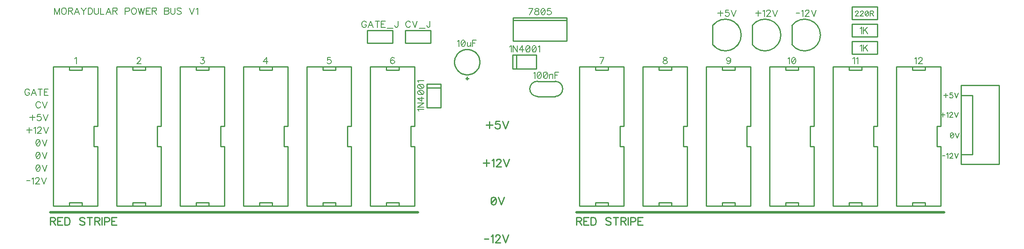
<source format=gto>
G04 DipTrace 2.4.0.2*
%INbusboard_12_place_ext_workfinal.GTO*%
%MOMM*%
%ADD10C,0.25*%
%ADD23C,0.5*%
%ADD65C,0.196*%
%ADD66C,0.235*%
%ADD67C,0.157*%
%FSLAX53Y53*%
G04*
G71*
G90*
G75*
G01*
%LNTopSilk*%
%LPD*%
X129381Y46187D2*
D10*
Y46830D1*
X126839Y46187D2*
X129381D1*
X126839D2*
Y46830D1*
X129381Y18890D2*
Y19533D1*
X126839D2*
X129381D1*
X126839Y18890D2*
Y19533D1*
X123665Y18890D2*
X132555D1*
X123665Y46830D2*
X132555D1*
X123665Y18890D2*
Y46830D1*
X131790Y34900D2*
X132555D1*
X131790Y30820D2*
Y34900D1*
Y30820D2*
X132555D1*
Y18890D2*
Y30820D1*
Y34900D2*
Y46830D1*
X36671Y46187D2*
Y46830D1*
X34129Y46187D2*
X36671D1*
X34129D2*
Y46830D1*
X36671Y18890D2*
Y19533D1*
X34129D2*
X36671D1*
X34129Y18890D2*
Y19533D1*
X30955Y18890D2*
X39845D1*
X30955Y46830D2*
X39845D1*
X30955Y18890D2*
Y46830D1*
X39080Y34900D2*
X39845D1*
X39080Y30820D2*
Y34900D1*
Y30820D2*
X39845D1*
Y18890D2*
Y30820D1*
Y34900D2*
Y46830D1*
X87471Y46187D2*
Y46830D1*
X84929Y46187D2*
X87471D1*
X84929D2*
Y46830D1*
X87471Y18890D2*
Y19533D1*
X84929D2*
X87471D1*
X84929Y18890D2*
Y19533D1*
X81755Y18890D2*
X90645D1*
X81755Y46830D2*
X90645D1*
X81755Y18890D2*
Y46830D1*
X89880Y34900D2*
X90645D1*
X89880Y30820D2*
Y34900D1*
Y30820D2*
X90645D1*
Y18890D2*
Y30820D1*
Y34900D2*
Y46830D1*
X180181Y46187D2*
Y46830D1*
X177639Y46187D2*
X180181D1*
X177639D2*
Y46830D1*
X180181Y18890D2*
Y19533D1*
X177639D2*
X180181D1*
X177639Y18890D2*
Y19533D1*
X174465Y18890D2*
X183355D1*
X174465Y46830D2*
X183355D1*
X174465Y18890D2*
Y46830D1*
X182590Y34900D2*
X183355D1*
X182590Y30820D2*
Y34900D1*
Y30820D2*
X183355D1*
Y18890D2*
Y30820D1*
Y34900D2*
Y46830D1*
X167481Y46187D2*
Y46830D1*
X164939Y46187D2*
X167481D1*
X164939D2*
Y46830D1*
X167481Y18890D2*
Y19533D1*
X164939D2*
X167481D1*
X164939Y18890D2*
Y19533D1*
X161765Y18890D2*
X170655D1*
X161765Y46830D2*
X170655D1*
X161765Y18890D2*
Y46830D1*
X169890Y34900D2*
X170655D1*
X169890Y30820D2*
Y34900D1*
Y30820D2*
X170655D1*
Y18890D2*
Y30820D1*
Y34900D2*
Y46830D1*
X154781Y46187D2*
Y46830D1*
X152239Y46187D2*
X154781D1*
X152239D2*
Y46830D1*
X154781Y18890D2*
Y19533D1*
X152239D2*
X154781D1*
X152239Y18890D2*
Y19533D1*
X149065Y18890D2*
X157955D1*
X149065Y46830D2*
X157955D1*
X149065Y18890D2*
Y46830D1*
X157190Y34900D2*
X157955D1*
X157190Y30820D2*
Y34900D1*
Y30820D2*
X157955D1*
Y18890D2*
Y30820D1*
Y34900D2*
Y46830D1*
X142081Y46187D2*
Y46830D1*
X139539Y46187D2*
X142081D1*
X139539D2*
Y46830D1*
X142081Y18890D2*
Y19533D1*
X139539D2*
X142081D1*
X139539Y18890D2*
Y19533D1*
X136365Y18890D2*
X145255D1*
X136365Y46830D2*
X145255D1*
X136365Y18890D2*
Y46830D1*
X144490Y34900D2*
X145255D1*
X144490Y30820D2*
Y34900D1*
Y30820D2*
X145255D1*
Y18890D2*
Y30820D1*
Y34900D2*
Y46830D1*
X150335Y51277D2*
Y55083D1*
X150341Y51269D2*
G03X150341Y55091I2535J1911D01*
G01*
X158273Y51277D2*
Y55083D1*
X158278Y51269D2*
G03X158278Y55091I2535J1911D01*
G01*
X166210Y51277D2*
Y55083D1*
X166216Y51269D2*
G03X166216Y55091I2535J1911D01*
G01*
X74771Y46187D2*
Y46830D1*
X72229Y46187D2*
X74771D1*
X72229D2*
Y46830D1*
X74771Y18890D2*
Y19533D1*
X72229D2*
X74771D1*
X72229Y18890D2*
Y19533D1*
X69055Y18890D2*
X77945D1*
X69055Y46830D2*
X77945D1*
X69055Y18890D2*
Y46830D1*
X77180Y34900D2*
X77945D1*
X77180Y30820D2*
Y34900D1*
Y30820D2*
X77945D1*
Y18890D2*
Y30820D1*
Y34900D2*
Y46830D1*
X62071Y46187D2*
Y46830D1*
X59529Y46187D2*
X62071D1*
X59529D2*
Y46830D1*
X62071Y18890D2*
Y19533D1*
X59529D2*
X62071D1*
X59529Y18890D2*
Y19533D1*
X56355Y18890D2*
X65245D1*
X56355Y46830D2*
X65245D1*
X56355Y18890D2*
Y46830D1*
X64480Y34900D2*
X65245D1*
X64480Y30820D2*
Y34900D1*
Y30820D2*
X65245D1*
Y18890D2*
Y30820D1*
Y34900D2*
Y46830D1*
X49371Y46187D2*
Y46830D1*
X46829Y46187D2*
X49371D1*
X46829D2*
Y46830D1*
X49371Y18890D2*
Y19533D1*
X46829D2*
X49371D1*
X46829Y18890D2*
Y19533D1*
X43655Y18890D2*
X52545D1*
X43655Y46830D2*
X52545D1*
X43655Y18890D2*
Y46830D1*
X51780Y34900D2*
X52545D1*
X51780Y30820D2*
Y34900D1*
Y30820D2*
X52545D1*
Y18890D2*
Y30820D1*
Y34900D2*
Y46830D1*
X93820Y51593D2*
Y54133D1*
X88740Y51593D2*
X93820D1*
X88740D2*
Y54133D1*
X93820D1*
X86200Y51593D2*
Y54133D1*
X81120Y51593D2*
X86200D1*
X81120D2*
Y54133D1*
X86200D1*
X23971Y46187D2*
Y46830D1*
X21429Y46187D2*
X23971D1*
X21429D2*
Y46830D1*
X23971Y18890D2*
Y19533D1*
X21429D2*
X23971D1*
X21429Y18890D2*
Y19533D1*
X18255Y18890D2*
X27145D1*
X18255Y46830D2*
X27145D1*
X18255Y18890D2*
Y46830D1*
X26380Y34900D2*
X27145D1*
X26380Y30820D2*
Y34900D1*
Y30820D2*
X27145D1*
Y18890D2*
Y30820D1*
Y34900D2*
Y46830D1*
X192881Y46187D2*
Y46830D1*
X190339Y46187D2*
X192881D1*
X190339D2*
Y46830D1*
X192881Y18890D2*
Y19533D1*
X190339D2*
X192881D1*
X190339Y18890D2*
Y19533D1*
X187165Y18890D2*
X196055D1*
X187165Y46830D2*
X196055D1*
X187165Y18890D2*
Y46830D1*
X195290Y34900D2*
X196055D1*
X195290Y30820D2*
Y34900D1*
Y30820D2*
X196055D1*
Y18890D2*
Y30820D1*
Y34900D2*
Y46830D1*
X110378Y56167D2*
X121078D1*
X110378Y56665D2*
X121078D1*
X110378Y51965D2*
X121078D1*
X110378D2*
Y56665D1*
X121078Y51965D2*
Y56665D1*
X118774Y43909D2*
X115221D1*
X118774Y40861D2*
X115221D1*
Y43909D2*
G03X115221Y40861I-2J-1524D01*
G01*
X118774D2*
G03X118774Y43909I2J1524D01*
G01*
X101423Y44484D2*
X100822D1*
X101123Y44183D2*
Y44783D1*
X98583Y47783D2*
X98589Y47960D1*
X98607Y48137D1*
X98638Y48311D1*
X98681Y48483D1*
X98736Y48652D1*
X98802Y48816D1*
X98880Y48975D1*
X98968Y49129D1*
X99068Y49276D1*
X99177Y49415D1*
X99295Y49547D1*
X99423Y49670D1*
X99559Y49784D1*
X99702Y49888D1*
X99853Y49982D1*
X100009Y50065D1*
X100171Y50137D1*
X100338Y50198D1*
X100508Y50247D1*
X100681Y50284D1*
X100857Y50308D1*
X101034Y50321D1*
X101211D1*
X101388Y50308D1*
X101564Y50284D1*
X101737Y50247D1*
X101907Y50198D1*
X102074Y50137D1*
X102236Y50065D1*
X102393Y49982D1*
X102543Y49888D1*
X102686Y49784D1*
X102822Y49670D1*
X102950Y49547D1*
X103068Y49415D1*
X103177Y49276D1*
X103277Y49129D1*
X103365Y48975D1*
X103443Y48816D1*
X103509Y48652D1*
X103564Y48483D1*
X103607Y48311D1*
X103638Y48137D1*
X103656Y47960D1*
X103663Y47783D1*
X103656Y47606D1*
X103638Y47430D1*
X103607Y47255D1*
X103564Y47083D1*
X103509Y46915D1*
X103443Y46751D1*
X103365Y46591D1*
X103277Y46438D1*
X103177Y46291D1*
X103068Y46151D1*
X102950Y46019D1*
X102822Y45896D1*
X102686Y45782D1*
X102543Y45678D1*
X102393Y45584D1*
X102236Y45501D1*
X102074Y45429D1*
X101907Y45368D1*
X101737Y45320D1*
X101564Y45283D1*
X101388Y45258D1*
X101211Y45246D1*
X101034D1*
X100857Y45258D1*
X100681Y45283D1*
X100508Y45320D1*
X100338Y45368D1*
X100171Y45429D1*
X100009Y45501D1*
X99853Y45584D1*
X99702Y45678D1*
X99559Y45782D1*
X99423Y45896D1*
X99295Y46019D1*
X99177Y46151D1*
X99068Y46291D1*
X98968Y46438D1*
X98880Y46591D1*
X98802Y46751D1*
X98736Y46915D1*
X98681Y47083D1*
X98638Y47255D1*
X98607Y47430D1*
X98589Y47606D1*
X98583Y47783D1*
X110277Y46383D2*
Y49183D1*
X110328D2*
X115032D1*
X111035Y46383D2*
Y49183D1*
X115032Y46383D2*
Y49183D1*
X110328Y46383D2*
X115032D1*
X207676Y27247D2*
X200056D1*
Y43096D1*
X207676D1*
Y27247D1*
X202342Y29228D2*
X200056D1*
Y41115D1*
X202342D1*
Y29228D1*
X93055Y43390D2*
X95855D1*
Y43339D2*
Y38636D1*
X93055Y42632D2*
X95855D1*
X93055Y38636D2*
X95855D1*
X93055Y43339D2*
Y38636D1*
X183350Y56355D2*
X178280D1*
Y58895D2*
Y56355D1*
X183350Y58895D2*
X178280D1*
X183350D2*
Y56355D1*
Y52863D2*
X178280D1*
Y55403D2*
Y52863D1*
X183350Y55403D2*
X178280D1*
X183350D2*
Y52863D1*
Y49370D2*
X178280D1*
Y51910D2*
Y49370D1*
X183350Y51910D2*
X178280D1*
X183350D2*
Y49370D1*
X17620Y17620D2*
D23*
X91280D1*
X123030D2*
X196690D1*
X127928Y47414D2*
D65*
X128535Y48688D1*
X127685D1*
X35036Y48385D2*
Y48446D1*
X35097Y48568D1*
X35157Y48628D1*
X35279Y48688D1*
X35522D1*
X35643Y48628D1*
X35703Y48568D1*
X35765Y48446D1*
Y48325D1*
X35703Y48203D1*
X35583Y48022D1*
X34975Y47414D1*
X35825D1*
X86534Y48507D2*
X86474Y48628D1*
X86291Y48688D1*
X86171D1*
X85988Y48628D1*
X85866Y48446D1*
X85806Y48142D1*
Y47839D1*
X85866Y47596D1*
X85988Y47474D1*
X86171Y47414D1*
X86231D1*
X86412Y47474D1*
X86534Y47596D1*
X86594Y47779D1*
Y47839D1*
X86534Y48022D1*
X86412Y48142D1*
X86231Y48203D1*
X86171D1*
X85988Y48142D1*
X85866Y48022D1*
X85806Y47839D1*
X178409Y48446D2*
X178531Y48507D1*
X178714Y48688D1*
Y47414D1*
X179106Y48446D2*
X179228Y48507D1*
X179411Y48688D1*
Y47414D1*
X165436Y48446D2*
X165558Y48507D1*
X165741Y48688D1*
Y47414D1*
X166498Y48688D2*
X166316Y48628D1*
X166193Y48446D1*
X166133Y48142D1*
Y47960D1*
X166193Y47657D1*
X166316Y47474D1*
X166498Y47414D1*
X166619D1*
X166801Y47474D1*
X166922Y47657D1*
X166984Y47960D1*
Y48142D1*
X166922Y48446D1*
X166801Y48628D1*
X166619Y48688D1*
X166498D1*
X166922Y48446D2*
X166193Y47657D1*
X153905Y48265D2*
X153843Y48082D1*
X153723Y47960D1*
X153540Y47900D1*
X153480D1*
X153297Y47960D1*
X153177Y48082D1*
X153115Y48265D1*
Y48325D1*
X153177Y48507D1*
X153297Y48628D1*
X153480Y48688D1*
X153540D1*
X153723Y48628D1*
X153843Y48507D1*
X153905Y48265D1*
Y47960D1*
X153843Y47657D1*
X153723Y47474D1*
X153540Y47414D1*
X153419D1*
X153237Y47474D1*
X153177Y47596D1*
X140689Y48688D2*
X140507Y48628D1*
X140446Y48507D1*
Y48385D1*
X140507Y48265D1*
X140628Y48203D1*
X140871Y48142D1*
X141054Y48082D1*
X141174Y47960D1*
X141235Y47839D1*
Y47657D1*
X141174Y47536D1*
X141114Y47474D1*
X140931Y47414D1*
X140689D1*
X140507Y47474D1*
X140446Y47536D1*
X140385Y47657D1*
Y47839D1*
X140446Y47960D1*
X140568Y48082D1*
X140749Y48142D1*
X140992Y48203D1*
X141114Y48265D1*
X141174Y48385D1*
Y48507D1*
X141114Y48628D1*
X140931Y48688D1*
X140689D1*
X151889Y58122D2*
Y57029D1*
X151343Y57575D2*
X152436D1*
X153557Y58213D2*
X152951D1*
X152890Y57667D1*
X152951Y57727D1*
X153133Y57789D1*
X153314D1*
X153497Y57727D1*
X153619Y57606D1*
X153679Y57424D1*
Y57303D1*
X153619Y57121D1*
X153497Y56999D1*
X153314Y56938D1*
X153133D1*
X152951Y56999D1*
X152890Y57060D1*
X152828Y57181D1*
X154071Y58214D2*
X154557Y56938D1*
X155043Y58214D1*
X159478Y58122D2*
Y57029D1*
X158932Y57575D2*
X160025D1*
X160417Y57970D2*
X160540Y58032D1*
X160722Y58213D1*
Y56938D1*
X161176Y57910D2*
Y57970D1*
X161236Y58092D1*
X161297Y58153D1*
X161419Y58213D1*
X161662D1*
X161783Y58153D1*
X161843Y58092D1*
X161905Y57970D1*
Y57849D1*
X161843Y57727D1*
X161722Y57546D1*
X161114Y56938D1*
X161965D1*
X162357Y58214D2*
X162843Y56938D1*
X163329Y58214D1*
X167065Y57576D2*
X167767D1*
X168159Y57970D2*
X168281Y58032D1*
X168464Y58213D1*
Y56938D1*
X168918Y57910D2*
Y57970D1*
X168978Y58092D1*
X169038Y58153D1*
X169161Y58213D1*
X169403D1*
X169524Y58153D1*
X169585Y58092D1*
X169646Y57970D1*
Y57849D1*
X169585Y57727D1*
X169464Y57546D1*
X168856Y56938D1*
X169707D1*
X170099Y58214D2*
X170585Y56938D1*
X171070Y58214D1*
X73803Y48688D2*
X73197D1*
X73136Y48142D1*
X73197Y48203D1*
X73379Y48265D1*
X73560D1*
X73743Y48203D1*
X73865Y48082D1*
X73925Y47900D1*
Y47779D1*
X73865Y47596D1*
X73743Y47474D1*
X73560Y47414D1*
X73379D1*
X73197Y47474D1*
X73136Y47536D1*
X73075Y47657D1*
X60952Y47414D2*
Y48688D1*
X60344Y47839D1*
X61256D1*
X47797Y48688D2*
X48464D1*
X48100Y48203D1*
X48283D1*
X48403Y48142D1*
X48464Y48082D1*
X48525Y47900D1*
Y47779D1*
X48464Y47596D1*
X48343Y47474D1*
X48160Y47414D1*
X47978D1*
X47797Y47474D1*
X47736Y47536D1*
X47675Y47657D1*
X89781Y55689D2*
X89720Y55810D1*
X89598Y55932D1*
X89477Y55992D1*
X89235D1*
X89112Y55932D1*
X88992Y55810D1*
X88930Y55689D1*
X88870Y55507D1*
Y55202D1*
X88930Y55021D1*
X88992Y54899D1*
X89112Y54778D1*
X89235Y54716D1*
X89477D1*
X89598Y54778D1*
X89720Y54899D1*
X89781Y55021D1*
X90173Y55992D2*
X90659Y54716D1*
X91144Y55992D1*
X91536Y54506D2*
X92690D1*
X93690Y55992D2*
Y55021D1*
X93630Y54838D1*
X93568Y54778D1*
X93448Y54716D1*
X93325D1*
X93205Y54778D1*
X93144Y54838D1*
X93083Y55021D1*
Y55142D1*
X80948Y55689D2*
X80888Y55810D1*
X80765Y55932D1*
X80645Y55992D1*
X80402D1*
X80280Y55932D1*
X80159Y55810D1*
X80097Y55689D1*
X80037Y55507D1*
Y55202D1*
X80097Y55021D1*
X80159Y54899D1*
X80280Y54778D1*
X80402Y54716D1*
X80645D1*
X80765Y54778D1*
X80888Y54899D1*
X80948Y55021D1*
Y55202D1*
X80645D1*
X82313Y54716D2*
X81826Y55992D1*
X81340Y54716D1*
X81523Y55142D2*
X82130D1*
X83131Y55992D2*
Y54716D1*
X82705Y55992D2*
X83556D1*
X84737D2*
X83948D1*
Y54716D1*
X84737D1*
X83948Y55385D2*
X84434D1*
X85129Y54506D2*
X86283D1*
X87283Y55992D2*
Y55021D1*
X87223Y54838D1*
X87161Y54778D1*
X87040Y54716D1*
X86918D1*
X86797Y54778D1*
X86737Y54838D1*
X86675Y55021D1*
Y55142D1*
X22548Y48446D2*
X22670Y48507D1*
X22852Y48688D1*
Y47414D1*
X190836Y48446D2*
X190958Y48507D1*
X191141Y48688D1*
Y47414D1*
X191595Y48385D2*
Y48446D1*
X191655Y48568D1*
X191716Y48628D1*
X191838Y48688D1*
X192081D1*
X192201Y48628D1*
X192262Y48568D1*
X192323Y48446D1*
Y48325D1*
X192262Y48203D1*
X192141Y48022D1*
X191533Y47414D1*
X192384D1*
X113681Y57249D2*
X114289Y58523D1*
X113439D1*
X114985D2*
X114804Y58463D1*
X114742Y58342D1*
Y58220D1*
X114804Y58100D1*
X114924Y58038D1*
X115167Y57977D1*
X115350Y57917D1*
X115470Y57795D1*
X115531Y57674D1*
Y57492D1*
X115470Y57371D1*
X115410Y57309D1*
X115227Y57249D1*
X114985D1*
X114804Y57309D1*
X114742Y57371D1*
X114681Y57492D1*
Y57674D1*
X114742Y57795D1*
X114864Y57917D1*
X115045Y57977D1*
X115288Y58038D1*
X115410Y58100D1*
X115470Y58220D1*
Y58342D1*
X115410Y58463D1*
X115227Y58523D1*
X114985D1*
X116288D2*
X116105Y58463D1*
X115983Y58281D1*
X115923Y57977D1*
Y57795D1*
X115983Y57492D1*
X116105Y57309D1*
X116288Y57249D1*
X116409D1*
X116591Y57309D1*
X116712Y57492D1*
X116774Y57795D1*
Y57977D1*
X116712Y58281D1*
X116591Y58463D1*
X116409Y58523D1*
X116288D1*
X116712Y58281D2*
X115983Y57492D1*
X117894Y58523D2*
X117288D1*
X117228Y57977D1*
X117288Y58038D1*
X117470Y58100D1*
X117652D1*
X117834Y58038D1*
X117956Y57917D1*
X118017Y57735D1*
Y57614D1*
X117956Y57431D1*
X117834Y57309D1*
X117652Y57249D1*
X117470D1*
X117288Y57309D1*
X117228Y57371D1*
X117166Y57492D1*
X114481Y45525D2*
X114603Y45586D1*
X114785Y45767D1*
Y44493D1*
X115543Y45767D2*
X115360Y45707D1*
X115238Y45525D1*
X115178Y45221D1*
Y45039D1*
X115238Y44736D1*
X115360Y44553D1*
X115543Y44493D1*
X115663D1*
X115846Y44553D1*
X115967Y44736D1*
X116028Y45039D1*
Y45221D1*
X115967Y45525D1*
X115846Y45707D1*
X115663Y45767D1*
X115543D1*
X115967Y45525D2*
X115238Y44736D1*
X116786Y45767D2*
X116603Y45707D1*
X116481Y45525D1*
X116421Y45221D1*
Y45039D1*
X116481Y44736D1*
X116603Y44553D1*
X116786Y44493D1*
X116906D1*
X117089Y44553D1*
X117209Y44736D1*
X117271Y45039D1*
Y45221D1*
X117209Y45525D1*
X117089Y45707D1*
X116906Y45767D1*
X116786D1*
X117209Y45525D2*
X116481Y44736D1*
X117663Y45344D2*
Y44493D1*
Y45101D2*
X117846Y45283D1*
X117968Y45344D1*
X118149D1*
X118271Y45283D1*
X118332Y45101D1*
Y44493D1*
X119514Y45769D2*
X118724D1*
Y44493D1*
Y45161D2*
X119210D1*
X99227Y51938D2*
X99349Y52000D1*
X99532Y52181D1*
Y50906D1*
X100289Y52181D2*
X100107Y52120D1*
X99984Y51938D1*
X99924Y51635D1*
Y51452D1*
X99984Y51149D1*
X100107Y50966D1*
X100289Y50906D1*
X100410D1*
X100592Y50966D1*
X100713Y51149D1*
X100775Y51452D1*
Y51635D1*
X100713Y51938D1*
X100592Y52120D1*
X100410Y52181D1*
X100289D1*
X100713Y51938D2*
X99984Y51149D1*
X101167Y51757D2*
Y51149D1*
X101227Y50968D1*
X101349Y50906D1*
X101532D1*
X101653Y50968D1*
X101835Y51149D1*
Y51757D2*
Y50906D1*
X103018Y52182D2*
X102227D1*
Y50906D1*
Y51574D2*
X102713D1*
X109663Y50798D2*
X109785Y50860D1*
X109968Y51041D1*
Y49766D1*
X111211Y51042D2*
Y49766D1*
X110360Y51042D1*
Y49766D1*
X112211D2*
Y51041D1*
X111603Y50192D1*
X112514D1*
X113271Y51041D2*
X113089Y50981D1*
X112967Y50798D1*
X112906Y50495D1*
Y50312D1*
X112967Y50009D1*
X113089Y49827D1*
X113271Y49766D1*
X113392D1*
X113574Y49827D1*
X113695Y50009D1*
X113757Y50312D1*
Y50495D1*
X113695Y50798D1*
X113574Y50981D1*
X113392Y51041D1*
X113271D1*
X113695Y50798D2*
X112967Y50009D1*
X114514Y51041D2*
X114332Y50981D1*
X114210Y50798D1*
X114149Y50495D1*
Y50312D1*
X114210Y50009D1*
X114332Y49827D1*
X114514Y49766D1*
X114635D1*
X114817Y49827D1*
X114938Y50009D1*
X115000Y50312D1*
Y50495D1*
X114938Y50798D1*
X114817Y50981D1*
X114635Y51041D1*
X114514D1*
X114938Y50798D2*
X114210Y50009D1*
X115392Y50798D2*
X115514Y50860D1*
X115697Y51041D1*
Y49766D1*
X91439Y37971D2*
X91378Y38093D1*
X91197Y38275D1*
X92471D1*
X91195Y39518D2*
X92471D1*
X91195Y38668D1*
X92471D1*
Y40518D2*
X91197D1*
X92046Y39911D1*
Y40822D1*
X91197Y41579D2*
X91257Y41396D1*
X91439Y41274D1*
X91743Y41214D1*
X91925D1*
X92228Y41274D1*
X92411Y41396D1*
X92471Y41579D1*
Y41699D1*
X92411Y41882D1*
X92228Y42003D1*
X91925Y42064D1*
X91743D1*
X91439Y42003D1*
X91257Y41882D1*
X91197Y41699D1*
Y41579D1*
X91439Y42003D2*
X92228Y41274D1*
X91197Y42822D2*
X91257Y42639D1*
X91439Y42517D1*
X91743Y42457D1*
X91925D1*
X92228Y42517D1*
X92411Y42639D1*
X92471Y42822D1*
Y42942D1*
X92411Y43125D1*
X92228Y43246D1*
X91925Y43307D1*
X91743D1*
X91439Y43246D1*
X91257Y43125D1*
X91197Y42942D1*
Y42822D1*
X91439Y43246D2*
X92228Y42517D1*
X91439Y43700D2*
X91378Y43822D1*
X91197Y44004D1*
X92471D1*
X105607Y35823D2*
D66*
Y34511D1*
X104952Y35166D2*
X106264D1*
X107609Y35932D2*
X106882D1*
X106809Y35277D1*
X106882Y35349D1*
X107101Y35423D1*
X107318D1*
X107537Y35349D1*
X107683Y35204D1*
X107756Y34985D1*
Y34840D1*
X107683Y34621D1*
X107537Y34475D1*
X107318Y34402D1*
X107101D1*
X106882Y34475D1*
X106809Y34549D1*
X106735Y34694D1*
X108226Y35934D2*
X108809Y34402D1*
X109392Y35934D1*
X104972Y28203D2*
Y26891D1*
X104317Y27546D2*
X105629D1*
X106100Y28021D2*
X106247Y28095D1*
X106466Y28312D1*
Y26782D1*
X107010Y27948D2*
Y28021D1*
X107083Y28167D1*
X107155Y28240D1*
X107302Y28312D1*
X107593D1*
X107738Y28240D1*
X107810Y28167D1*
X107885Y28021D1*
Y27876D1*
X107810Y27729D1*
X107666Y27512D1*
X106936Y26782D1*
X107957D1*
X108428Y28314D2*
X109011Y26782D1*
X109593Y28314D1*
X104615Y12327D2*
X105457D1*
X105928Y12800D2*
X106074Y12874D1*
X106293Y13092D1*
Y11562D1*
X106838Y12728D2*
Y12800D1*
X106911Y12947D1*
X106983Y13019D1*
X107130Y13092D1*
X107421D1*
X107566Y13019D1*
X107638Y12947D1*
X107713Y12800D1*
Y12655D1*
X107638Y12509D1*
X107494Y12291D1*
X106764Y11562D1*
X107785D1*
X108256Y13093D2*
X108838Y11562D1*
X109421Y13093D1*
X106343Y20692D2*
X106124Y20620D1*
X105977Y20401D1*
X105905Y20037D1*
Y19818D1*
X105977Y19454D1*
X106124Y19235D1*
X106343Y19162D1*
X106487D1*
X106706Y19235D1*
X106851Y19454D1*
X106925Y19818D1*
Y20037D1*
X106851Y20401D1*
X106706Y20620D1*
X106487Y20692D1*
X106343D1*
X106851Y20401D2*
X105977Y19454D1*
X107396Y20694D2*
X107979Y19162D1*
X108562Y20694D1*
X13451Y42067D2*
D65*
X13391Y42187D1*
X13269Y42309D1*
X13148Y42370D1*
X12905D1*
X12783Y42309D1*
X12662Y42187D1*
X12600Y42067D1*
X12540Y41884D1*
Y41579D1*
X12600Y41398D1*
X12662Y41276D1*
X12783Y41155D1*
X12905Y41094D1*
X13148D1*
X13269Y41155D1*
X13391Y41276D1*
X13451Y41398D1*
Y41579D1*
X13148D1*
X14816Y41094D2*
X14329Y42370D1*
X13843Y41094D1*
X14026Y41519D2*
X14634D1*
X15634Y42370D2*
Y41094D1*
X15208Y42370D2*
X16059D1*
X17240D2*
X16451D1*
Y41094D1*
X17240D1*
X16451Y41762D2*
X16937D1*
X15674Y39527D2*
X15613Y39647D1*
X15491Y39769D1*
X15370Y39830D1*
X15128D1*
X15005Y39769D1*
X14885Y39647D1*
X14823Y39527D1*
X14763Y39344D1*
Y39039D1*
X14823Y38858D1*
X14885Y38736D1*
X15005Y38615D1*
X15128Y38554D1*
X15370D1*
X15491Y38615D1*
X15613Y38736D1*
X15674Y38858D1*
X16066Y39830D2*
X16551Y38554D1*
X17037Y39830D1*
X14039Y37198D2*
Y36104D1*
X13493Y36650D2*
X14586D1*
X15707Y37288D2*
X15100D1*
X15040Y36742D1*
X15100Y36803D1*
X15283Y36864D1*
X15464D1*
X15646Y36803D1*
X15769Y36682D1*
X15829Y36499D1*
Y36379D1*
X15769Y36196D1*
X15646Y36074D1*
X15464Y36014D1*
X15283D1*
X15100Y36074D1*
X15040Y36136D1*
X14978Y36257D1*
X16221Y37290D2*
X16707Y36014D1*
X17193Y37290D1*
X13404Y34658D2*
Y33564D1*
X12858Y34110D2*
X13951D1*
X14343Y34506D2*
X14465Y34567D1*
X14648Y34748D1*
Y33474D1*
X15102Y34445D2*
Y34506D1*
X15162Y34628D1*
X15223Y34688D1*
X15345Y34748D1*
X15588D1*
X15708Y34688D1*
X15769Y34628D1*
X15830Y34506D1*
Y34385D1*
X15769Y34263D1*
X15648Y34082D1*
X15040Y33474D1*
X15891D1*
X16283Y34750D2*
X16769Y33474D1*
X17254Y34750D1*
X12858Y23951D2*
X13559D1*
X13952Y24346D2*
X14074Y24407D1*
X14256Y24588D1*
Y23314D1*
X14710Y24285D2*
Y24346D1*
X14771Y24468D1*
X14831Y24528D1*
X14953Y24588D1*
X15196D1*
X15317Y24528D1*
X15377Y24468D1*
X15439Y24346D1*
Y24225D1*
X15377Y24103D1*
X15256Y23922D1*
X14648Y23314D1*
X15499D1*
X15891Y24590D2*
X16377Y23314D1*
X16863Y24590D1*
X15128Y32208D2*
X14945Y32148D1*
X14823Y31966D1*
X14763Y31662D1*
Y31480D1*
X14823Y31177D1*
X14945Y30994D1*
X15128Y30934D1*
X15248D1*
X15431Y30994D1*
X15551Y31177D1*
X15613Y31480D1*
Y31662D1*
X15551Y31966D1*
X15431Y32148D1*
X15248Y32208D1*
X15128D1*
X15551Y31966D2*
X14823Y31177D1*
X16005Y32210D2*
X16491Y30934D1*
X16977Y32210D1*
X15128Y29668D2*
X14945Y29608D1*
X14823Y29426D1*
X14763Y29122D1*
Y28940D1*
X14823Y28637D1*
X14945Y28454D1*
X15128Y28394D1*
X15248D1*
X15431Y28454D1*
X15551Y28637D1*
X15613Y28940D1*
Y29122D1*
X15551Y29426D1*
X15431Y29608D1*
X15248Y29668D1*
X15128D1*
X15551Y29426D2*
X14823Y28637D1*
X16005Y29670D2*
X16491Y28394D1*
X16977Y29670D1*
X15128Y27128D2*
X14945Y27068D1*
X14823Y26886D1*
X14763Y26582D1*
Y26400D1*
X14823Y26097D1*
X14945Y25914D1*
X15128Y25854D1*
X15248D1*
X15431Y25914D1*
X15551Y26097D1*
X15613Y26400D1*
Y26582D1*
X15551Y26886D1*
X15431Y27068D1*
X15248Y27128D1*
X15128D1*
X15551Y26886D2*
X14823Y26097D1*
X16005Y27130D2*
X16491Y25854D1*
X16977Y27130D1*
X17620Y15856D2*
D66*
X18275D1*
X18494Y15930D1*
X18568Y16003D1*
X18641Y16148D1*
Y16294D1*
X18568Y16439D1*
X18494Y16513D1*
X18275Y16586D1*
X17620D1*
Y15054D1*
X18130Y15856D2*
X18641Y15054D1*
X20058Y16586D2*
X19111D1*
Y15054D1*
X20058D1*
X19111Y15856D2*
X19694D1*
X20529Y16586D2*
Y15054D1*
X21039D1*
X21258Y15129D1*
X21405Y15273D1*
X21477Y15420D1*
X21550Y15637D1*
Y16003D1*
X21477Y16222D1*
X21405Y16367D1*
X21258Y16513D1*
X21039Y16586D1*
X20529D1*
X24523Y16367D2*
X24378Y16513D1*
X24159Y16586D1*
X23867D1*
X23648Y16513D1*
X23502Y16367D1*
Y16222D1*
X23576Y16075D1*
X23648Y16003D1*
X23793Y15930D1*
X24231Y15784D1*
X24378Y15711D1*
X24450Y15637D1*
X24523Y15492D1*
Y15273D1*
X24378Y15129D1*
X24159Y15054D1*
X23867D1*
X23648Y15129D1*
X23502Y15273D1*
X25504Y16586D2*
Y15054D1*
X24993Y16586D2*
X26014D1*
X26485Y15856D2*
X27140D1*
X27359Y15930D1*
X27433Y16003D1*
X27505Y16148D1*
Y16294D1*
X27433Y16439D1*
X27359Y16513D1*
X27140Y16586D1*
X26485D1*
Y15054D1*
X26995Y15856D2*
X27505Y15054D1*
X27976Y16586D2*
Y15054D1*
X28447Y15784D2*
X29104D1*
X29321Y15856D1*
X29395Y15930D1*
X29468Y16075D1*
Y16294D1*
X29395Y16439D1*
X29321Y16513D1*
X29104Y16586D1*
X28447D1*
Y15054D1*
X30885Y16586D2*
X29938D1*
Y15054D1*
X30885D1*
X29938Y15856D2*
X30521D1*
X123030D2*
X123685D1*
X123904Y15930D1*
X123978Y16003D1*
X124051Y16148D1*
Y16294D1*
X123978Y16439D1*
X123904Y16513D1*
X123685Y16586D1*
X123030D1*
Y15054D1*
X123540Y15856D2*
X124051Y15054D1*
X125468Y16586D2*
X124521D1*
Y15054D1*
X125468D1*
X124521Y15856D2*
X125104D1*
X125939Y16586D2*
Y15054D1*
X126449D1*
X126668Y15129D1*
X126815Y15273D1*
X126887Y15420D1*
X126960Y15637D1*
Y16003D1*
X126887Y16222D1*
X126815Y16367D1*
X126668Y16513D1*
X126449Y16586D1*
X125939D1*
X129933Y16367D2*
X129788Y16513D1*
X129569Y16586D1*
X129277D1*
X129058Y16513D1*
X128912Y16367D1*
Y16222D1*
X128986Y16075D1*
X129058Y16003D1*
X129203Y15930D1*
X129641Y15784D1*
X129788Y15711D1*
X129860Y15637D1*
X129933Y15492D1*
Y15273D1*
X129788Y15129D1*
X129569Y15054D1*
X129277D1*
X129058Y15129D1*
X128912Y15273D1*
X130914Y16586D2*
Y15054D1*
X130403Y16586D2*
X131424D1*
X131895Y15856D2*
X132550D1*
X132769Y15930D1*
X132843Y16003D1*
X132915Y16148D1*
Y16294D1*
X132843Y16439D1*
X132769Y16513D1*
X132550Y16586D1*
X131895D1*
Y15054D1*
X132405Y15856D2*
X132915Y15054D1*
X133386Y16586D2*
Y15054D1*
X133857Y15784D2*
X134514D1*
X134731Y15856D1*
X134805Y15930D1*
X134878Y16075D1*
Y16294D1*
X134805Y16439D1*
X134731Y16513D1*
X134514Y16586D1*
X133857D1*
Y15054D1*
X136295Y16586D2*
X135348D1*
Y15054D1*
X136295D1*
X135348Y15856D2*
X135931D1*
X19485Y57345D2*
D65*
Y58621D1*
X18999Y57345D1*
X18514Y58621D1*
Y57345D1*
X20242Y58621D2*
X20120Y58561D1*
X19999Y58439D1*
X19938Y58318D1*
X19877Y58135D1*
Y57831D1*
X19938Y57650D1*
X19999Y57528D1*
X20120Y57407D1*
X20242Y57345D1*
X20485D1*
X20606Y57407D1*
X20728Y57528D1*
X20788Y57650D1*
X20849Y57831D1*
Y58135D1*
X20788Y58318D1*
X20728Y58439D1*
X20606Y58561D1*
X20485Y58621D1*
X20242D1*
X21241Y58013D2*
X21787D1*
X21970Y58075D1*
X22031Y58135D1*
X22092Y58256D1*
Y58378D1*
X22031Y58499D1*
X21970Y58561D1*
X21787Y58621D1*
X21241D1*
Y57345D1*
X21666Y58013D2*
X22092Y57345D1*
X23457D2*
X22970Y58621D1*
X22484Y57345D1*
X22666Y57770D2*
X23274D1*
X23849Y58621D2*
X24335Y58013D1*
Y57345D1*
X24820Y58621D2*
X24335Y58013D1*
X25212Y58621D2*
Y57345D1*
X25638D1*
X25820Y57407D1*
X25942Y57528D1*
X26003Y57650D1*
X26063Y57831D1*
Y58135D1*
X26003Y58318D1*
X25942Y58439D1*
X25820Y58561D1*
X25638Y58621D1*
X25212D1*
X26455D2*
Y57710D1*
X26516Y57528D1*
X26638Y57407D1*
X26820Y57345D1*
X26941D1*
X27124Y57407D1*
X27246Y57528D1*
X27306Y57710D1*
Y58621D1*
X27698D2*
Y57345D1*
X28427D1*
X29792D2*
X29305Y58621D1*
X28819Y57345D1*
X29001Y57770D2*
X29609D1*
X30184Y58013D2*
X30730D1*
X30913Y58075D1*
X30974Y58135D1*
X31035Y58256D1*
Y58378D1*
X30974Y58499D1*
X30913Y58561D1*
X30730Y58621D1*
X30184D1*
Y57345D1*
X30609Y58013D2*
X31035Y57345D1*
X32661Y57953D2*
X33209D1*
X33390Y58013D1*
X33452Y58075D1*
X33512Y58196D1*
Y58378D1*
X33452Y58499D1*
X33390Y58561D1*
X33209Y58621D1*
X32661D1*
Y57345D1*
X34269Y58621D2*
X34147Y58561D1*
X34026Y58439D1*
X33965Y58318D1*
X33904Y58135D1*
Y57831D1*
X33965Y57650D1*
X34026Y57528D1*
X34147Y57407D1*
X34269Y57345D1*
X34512D1*
X34633Y57407D1*
X34755Y57528D1*
X34815Y57650D1*
X34876Y57831D1*
Y58135D1*
X34815Y58318D1*
X34755Y58439D1*
X34633Y58561D1*
X34512Y58621D1*
X34269D1*
X35268D2*
X35572Y57345D1*
X35876Y58621D1*
X36179Y57345D1*
X36484Y58621D1*
X37665D2*
X36876D1*
Y57345D1*
X37665D1*
X36876Y58013D2*
X37361D1*
X38057D2*
X38603D1*
X38785Y58075D1*
X38847Y58135D1*
X38908Y58256D1*
Y58378D1*
X38847Y58499D1*
X38785Y58561D1*
X38603Y58621D1*
X38057D1*
Y57345D1*
X38482Y58013D2*
X38908Y57345D1*
X40534Y58621D2*
Y57345D1*
X41082D1*
X41264Y57407D1*
X41325Y57467D1*
X41385Y57588D1*
Y57770D1*
X41325Y57893D1*
X41264Y57953D1*
X41082Y58013D1*
X41264Y58075D1*
X41325Y58135D1*
X41385Y58256D1*
Y58378D1*
X41325Y58499D1*
X41264Y58561D1*
X41082Y58621D1*
X40534D1*
Y58013D2*
X41082D1*
X41777Y58621D2*
Y57710D1*
X41837Y57528D1*
X41960Y57407D1*
X42142Y57345D1*
X42263D1*
X42445Y57407D1*
X42567Y57528D1*
X42628Y57710D1*
Y58621D1*
X43871Y58439D2*
X43750Y58561D1*
X43567Y58621D1*
X43325D1*
X43142Y58561D1*
X43020Y58439D1*
Y58318D1*
X43082Y58196D1*
X43142Y58135D1*
X43263Y58075D1*
X43628Y57953D1*
X43750Y57893D1*
X43810Y57831D1*
X43871Y57710D1*
Y57528D1*
X43750Y57407D1*
X43567Y57345D1*
X43325D1*
X43142Y57407D1*
X43020Y57528D1*
X45497Y58621D2*
X45983Y57345D1*
X46469Y58621D1*
X46861Y58377D2*
X46983Y58439D1*
X47166Y58620D1*
Y57345D1*
X197048Y41489D2*
D67*
Y40614D1*
X196612Y41051D2*
X197486D1*
X198383Y41561D2*
X197898D1*
X197850Y41124D1*
X197898Y41173D1*
X198044Y41222D1*
X198189D1*
X198335Y41173D1*
X198432Y41076D1*
X198481Y40930D1*
Y40833D1*
X198432Y40687D1*
X198335Y40590D1*
X198189Y40541D1*
X198044D1*
X197898Y40590D1*
X197850Y40639D1*
X197800Y40736D1*
X198794Y41562D2*
X199183Y40541D1*
X199572Y41562D1*
X196472Y37620D2*
Y36745D1*
X196035Y37182D2*
X196910D1*
X197224Y37498D2*
X197322Y37547D1*
X197468Y37692D1*
Y36673D1*
X197831Y37450D2*
Y37498D1*
X197879Y37596D1*
X197927Y37644D1*
X198025Y37692D1*
X198219D1*
X198316Y37644D1*
X198364Y37596D1*
X198414Y37498D1*
Y37401D1*
X198364Y37304D1*
X198268Y37159D1*
X197781Y36673D1*
X198462D1*
X198776Y37693D2*
X199164Y36673D1*
X199553Y37693D1*
X198232Y33565D2*
X198086Y33517D1*
X197989Y33371D1*
X197940Y33128D1*
Y32982D1*
X197989Y32739D1*
X198086Y32593D1*
X198232Y32545D1*
X198329D1*
X198475Y32593D1*
X198572Y32739D1*
X198621Y32982D1*
Y33128D1*
X198572Y33371D1*
X198475Y33517D1*
X198329Y33565D1*
X198232D1*
X198572Y33371D2*
X197989Y32739D1*
X198935Y33566D2*
X199323Y32545D1*
X199712Y33566D1*
X196353Y28927D2*
X196914D1*
X197228Y29243D2*
X197326Y29292D1*
X197472Y29437D1*
Y28418D1*
X197835Y29195D2*
Y29243D1*
X197883Y29341D1*
X197932Y29389D1*
X198029Y29437D1*
X198224D1*
X198320Y29389D1*
X198368Y29341D1*
X198418Y29243D1*
Y29146D1*
X198368Y29049D1*
X198272Y28904D1*
X197786Y28418D1*
X198466D1*
X198780Y29438D2*
X199168Y28418D1*
X199557Y29438D1*
X178940Y57770D2*
Y57818D1*
X178988Y57916D1*
X179036Y57964D1*
X179134Y58012D1*
X179328D1*
X179425Y57964D1*
X179473Y57916D1*
X179523Y57818D1*
Y57721D1*
X179473Y57624D1*
X179377Y57479D1*
X178890Y56993D1*
X179571D1*
X179934Y57770D2*
Y57818D1*
X179982Y57916D1*
X180031Y57964D1*
X180128Y58012D1*
X180323D1*
X180419Y57964D1*
X180468Y57916D1*
X180517Y57818D1*
Y57721D1*
X180468Y57624D1*
X180371Y57479D1*
X179885Y56993D1*
X180565D1*
X181171Y58012D2*
X181025Y57964D1*
X180927Y57818D1*
X180879Y57575D1*
Y57429D1*
X180927Y57187D1*
X181025Y57041D1*
X181171Y56993D1*
X181268D1*
X181414Y57041D1*
X181510Y57187D1*
X181560Y57429D1*
Y57575D1*
X181510Y57818D1*
X181414Y57964D1*
X181268Y58012D1*
X181171D1*
X181510Y57818D2*
X180927Y57187D1*
X181873Y57527D2*
X182310D1*
X182456Y57577D1*
X182506Y57625D1*
X182554Y57721D1*
Y57819D1*
X182506Y57916D1*
X182456Y57965D1*
X182310Y58013D1*
X181873D1*
Y56993D1*
X182214Y57527D2*
X182554Y56993D1*
X179863Y54508D2*
D65*
X179985Y54570D1*
X180167Y54751D1*
Y53476D1*
X180559Y54752D2*
Y53476D1*
X181410Y54752D2*
X180559Y53902D1*
X180863Y54206D2*
X181410Y53476D1*
X179863Y51016D2*
X179985Y51077D1*
X180167Y51258D1*
Y49984D1*
X180559Y51260D2*
Y49984D1*
X181410Y51260D2*
X180559Y50409D1*
X180863Y50714D2*
X181410Y49984D1*
M02*

</source>
